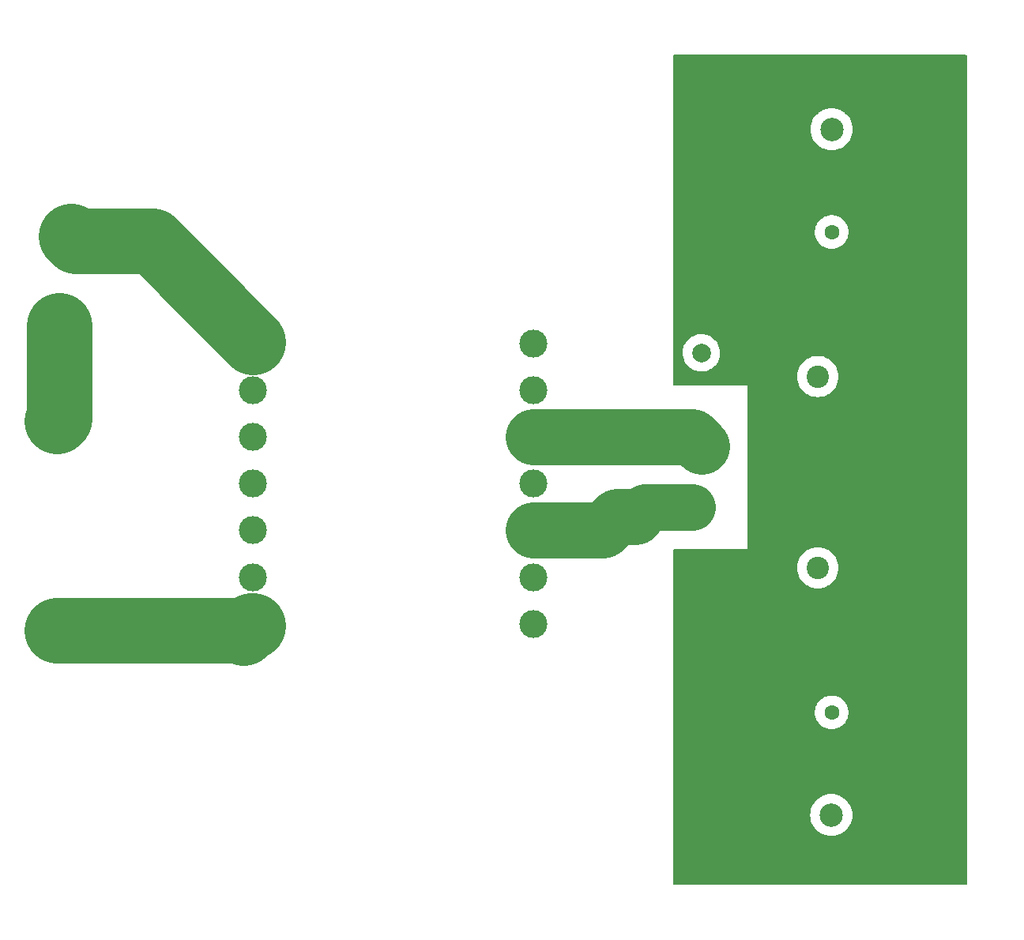
<source format=gbr>
%TF.GenerationSoftware,KiCad,Pcbnew,(6.0.2)*%
%TF.CreationDate,2022-12-31T16:06:53+03:00*%
%TF.ProjectId,mcuPower,6d637550-6f77-4657-922e-6b696361645f,rev?*%
%TF.SameCoordinates,Original*%
%TF.FileFunction,Copper,L1,Top*%
%TF.FilePolarity,Positive*%
%FSLAX46Y46*%
G04 Gerber Fmt 4.6, Leading zero omitted, Abs format (unit mm)*
G04 Created by KiCad (PCBNEW (6.0.2)) date 2022-12-31 16:06:53*
%MOMM*%
%LPD*%
G01*
G04 APERTURE LIST*
%TA.AperFunction,ComponentPad*%
%ADD10R,2.000000X2.000000*%
%TD*%
%TA.AperFunction,ComponentPad*%
%ADD11C,2.000000*%
%TD*%
%TA.AperFunction,ComponentPad*%
%ADD12R,2.500000X2.500000*%
%TD*%
%TA.AperFunction,ComponentPad*%
%ADD13C,2.500000*%
%TD*%
%TA.AperFunction,ComponentPad*%
%ADD14C,3.000000*%
%TD*%
%TA.AperFunction,ComponentPad*%
%ADD15R,2.400000X2.400000*%
%TD*%
%TA.AperFunction,ComponentPad*%
%ADD16C,2.400000*%
%TD*%
%TA.AperFunction,ComponentPad*%
%ADD17C,1.600000*%
%TD*%
%TA.AperFunction,ComponentPad*%
%ADD18R,2.600000X2.600000*%
%TD*%
%TA.AperFunction,ComponentPad*%
%ADD19C,2.600000*%
%TD*%
%TA.AperFunction,Conductor*%
%ADD20C,5.000000*%
%TD*%
%TA.AperFunction,Conductor*%
%ADD21C,6.000000*%
%TD*%
%TA.AperFunction,Conductor*%
%ADD22C,7.000000*%
%TD*%
G04 APERTURE END LIST*
D10*
%TO.P,D1,1,+*%
%TO.N,VCC*%
X124042500Y-107957500D03*
D11*
%TO.P,D1,2*%
%TO.N,Net-(D1-Pad2)*%
X124042500Y-100457500D03*
%TO.P,D1,3*%
%TO.N,Net-(D1-Pad3)*%
X124042500Y-92957500D03*
%TO.P,D1,4,-*%
%TO.N,GND*%
X124042500Y-82957500D03*
%TD*%
D12*
%TO.P,J3,1,Pin_1*%
%TO.N,VCC*%
X143045000Y-132500000D03*
D13*
%TO.P,J3,2,Pin_2*%
%TO.N,GND*%
X137965000Y-132500000D03*
%TD*%
D14*
%TO.P,T1,1,AA*%
%TO.N,Net-(F1-Pad2)*%
X76000000Y-112000000D03*
%TO.P,T1,2*%
%TO.N,N/C*%
X76000000Y-107000000D03*
%TO.P,T1,3*%
X76000000Y-102000000D03*
%TO.P,T1,4*%
X76000000Y-97000000D03*
%TO.P,T1,5*%
X76000000Y-92000000D03*
%TO.P,T1,6*%
X76000000Y-87000000D03*
%TO.P,T1,7,AB*%
%TO.N,Net-(J1-Pad2)*%
X76000000Y-82000000D03*
%TO.P,T1,8*%
%TO.N,N/C*%
X106000000Y-82000000D03*
%TO.P,T1,9*%
X106000000Y-87000000D03*
%TO.P,T1,10,SB*%
%TO.N,Net-(D1-Pad3)*%
X106000000Y-92000000D03*
%TO.P,T1,11*%
%TO.N,N/C*%
X106000000Y-97000000D03*
%TO.P,T1,12,SA*%
%TO.N,Net-(D1-Pad2)*%
X106000000Y-102000000D03*
%TO.P,T1,13*%
%TO.N,N/C*%
X106000000Y-107000000D03*
%TO.P,T1,14*%
X106000000Y-112000000D03*
%TD*%
D15*
%TO.P,C2,1*%
%TO.N,VCC*%
X144012755Y-85500000D03*
D16*
%TO.P,C2,2*%
%TO.N,GND*%
X136512755Y-85500000D03*
%TD*%
D17*
%TO.P,C3,2*%
%TO.N,GND*%
X138000000Y-70000000D03*
%TO.P,C3,1*%
%TO.N,VCC*%
X143000000Y-70000000D03*
%TD*%
D12*
%TO.P,J2,1,Pin_1*%
%TO.N,VCC*%
X143080000Y-59000000D03*
D13*
%TO.P,J2,2,Pin_2*%
%TO.N,GND*%
X138000000Y-59000000D03*
%TD*%
D18*
%TO.P,J1,1,Pin_1*%
%TO.N,Net-(F1-Pad1)*%
X55250000Y-78500000D03*
D19*
%TO.P,J1,2,Pin_2*%
%TO.N,Net-(J1-Pad2)*%
X55250000Y-71000000D03*
%TD*%
D15*
%TO.P,C1,1*%
%TO.N,VCC*%
X144012755Y-106000000D03*
D16*
%TO.P,C1,2*%
%TO.N,GND*%
X136512755Y-106000000D03*
%TD*%
D17*
%TO.P,C4,1*%
%TO.N,VCC*%
X143000000Y-121500000D03*
%TO.P,C4,2*%
%TO.N,GND*%
X138000000Y-121500000D03*
%TD*%
D14*
%TO.P,F1,1*%
%TO.N,Net-(F1-Pad1)*%
X55000000Y-90250000D03*
%TO.P,F1,2*%
%TO.N,Net-(F1-Pad2)*%
X55000000Y-112750000D03*
%TD*%
D20*
%TO.N,Net-(D1-Pad2)*%
X117000000Y-100500000D02*
X118000000Y-99500000D01*
D21*
X117000000Y-100500000D02*
X115000000Y-100500000D01*
D20*
X118000000Y-99500000D02*
X123085000Y-99500000D01*
D21*
X115000000Y-100500000D02*
X113500000Y-102000000D01*
X113500000Y-102000000D02*
X106000000Y-102000000D01*
%TO.N,Net-(D1-Pad3)*%
X123085000Y-92000000D02*
X124042500Y-92957500D01*
X106000000Y-92000000D02*
X123085000Y-92000000D01*
D22*
%TO.N,Net-(F1-Pad1)*%
X55250000Y-80000000D02*
X55250000Y-90000000D01*
X55250000Y-90000000D02*
X55000000Y-90250000D01*
%TO.N,Net-(F1-Pad2)*%
X75000000Y-113000000D02*
X75800489Y-112199511D01*
X55000000Y-112750000D02*
X74750000Y-112750000D01*
X74750000Y-112750000D02*
X75000000Y-113000000D01*
X75800489Y-112199511D02*
X76000000Y-112199511D01*
%TO.N,Net-(J1-Pad2)*%
X65199511Y-71000000D02*
X76000000Y-81800489D01*
X57000000Y-71000000D02*
X65199511Y-71000000D01*
X56500000Y-70500000D02*
X57000000Y-71000000D01*
%TD*%
%TA.AperFunction,Conductor*%
%TO.N,VCC*%
G36*
X152370870Y-51023677D02*
G01*
X152389795Y-51037276D01*
X152392968Y-51039042D01*
X152392971Y-51039044D01*
X152435278Y-51062592D01*
X152485072Y-51113198D01*
X152500000Y-51172687D01*
X152500000Y-139829727D01*
X152479998Y-139897848D01*
X152440957Y-139936464D01*
X152370379Y-139980738D01*
X152303424Y-140000000D01*
X121126000Y-140000000D01*
X121057879Y-139979998D01*
X121011386Y-139926342D01*
X121000000Y-139874000D01*
X121000000Y-132500000D01*
X135709671Y-132500000D01*
X135728966Y-132794380D01*
X135786519Y-133083722D01*
X135881348Y-133363077D01*
X136011828Y-133627664D01*
X136175727Y-133872957D01*
X136178441Y-133876051D01*
X136178445Y-133876057D01*
X136367533Y-134091669D01*
X136370242Y-134094758D01*
X136373331Y-134097467D01*
X136588943Y-134286555D01*
X136588949Y-134286559D01*
X136592043Y-134289273D01*
X136595469Y-134291562D01*
X136595474Y-134291566D01*
X136779539Y-134414554D01*
X136837335Y-134453172D01*
X136841034Y-134454996D01*
X136841039Y-134454999D01*
X137098228Y-134581830D01*
X137101923Y-134583652D01*
X137105821Y-134584975D01*
X137105823Y-134584976D01*
X137377368Y-134677154D01*
X137377372Y-134677155D01*
X137381278Y-134678481D01*
X137385322Y-134679285D01*
X137385328Y-134679287D01*
X137666577Y-134735230D01*
X137666580Y-134735230D01*
X137670620Y-134736034D01*
X137674731Y-134736303D01*
X137674735Y-134736304D01*
X137960881Y-134755059D01*
X137965000Y-134755329D01*
X137969119Y-134755059D01*
X138255265Y-134736304D01*
X138255269Y-134736303D01*
X138259380Y-134736034D01*
X138263420Y-134735230D01*
X138263423Y-134735230D01*
X138544672Y-134679287D01*
X138544678Y-134679285D01*
X138548722Y-134678481D01*
X138552628Y-134677155D01*
X138552632Y-134677154D01*
X138824177Y-134584976D01*
X138824179Y-134584975D01*
X138828077Y-134583652D01*
X138831772Y-134581830D01*
X139088961Y-134454999D01*
X139088966Y-134454996D01*
X139092665Y-134453172D01*
X139150461Y-134414554D01*
X139334526Y-134291566D01*
X139334531Y-134291562D01*
X139337957Y-134289273D01*
X139341051Y-134286559D01*
X139341057Y-134286555D01*
X139556669Y-134097467D01*
X139559758Y-134094758D01*
X139562467Y-134091669D01*
X139751555Y-133876057D01*
X139751559Y-133876051D01*
X139754273Y-133872957D01*
X139918172Y-133627664D01*
X140048652Y-133363077D01*
X140143481Y-133083722D01*
X140201034Y-132794380D01*
X140220329Y-132500000D01*
X140201034Y-132205620D01*
X140143481Y-131916278D01*
X140048652Y-131636923D01*
X139918172Y-131372336D01*
X139754273Y-131127043D01*
X139751559Y-131123949D01*
X139751555Y-131123943D01*
X139562467Y-130908331D01*
X139559758Y-130905242D01*
X139556669Y-130902533D01*
X139341057Y-130713445D01*
X139341051Y-130713441D01*
X139337957Y-130710727D01*
X139334527Y-130708435D01*
X139334526Y-130708434D01*
X139096098Y-130549122D01*
X139092665Y-130546828D01*
X139088966Y-130545004D01*
X139088961Y-130545001D01*
X138831772Y-130418170D01*
X138831770Y-130418169D01*
X138828077Y-130416348D01*
X138824177Y-130415024D01*
X138552632Y-130322846D01*
X138552628Y-130322845D01*
X138548722Y-130321519D01*
X138544678Y-130320715D01*
X138544672Y-130320713D01*
X138263423Y-130264770D01*
X138263420Y-130264770D01*
X138259380Y-130263966D01*
X138255269Y-130263697D01*
X138255265Y-130263696D01*
X137969119Y-130244941D01*
X137965000Y-130244671D01*
X137960881Y-130244941D01*
X137674735Y-130263696D01*
X137674731Y-130263697D01*
X137670620Y-130263966D01*
X137666580Y-130264770D01*
X137666577Y-130264770D01*
X137385328Y-130320713D01*
X137385322Y-130320715D01*
X137381278Y-130321519D01*
X137377372Y-130322845D01*
X137377368Y-130322846D01*
X137105823Y-130415024D01*
X137101923Y-130416348D01*
X137098230Y-130418169D01*
X137098228Y-130418170D01*
X136841040Y-130545001D01*
X136841035Y-130545004D01*
X136837336Y-130546828D01*
X136592043Y-130710727D01*
X136588949Y-130713441D01*
X136588943Y-130713445D01*
X136373331Y-130902533D01*
X136370242Y-130905242D01*
X136367533Y-130908331D01*
X136178445Y-131123943D01*
X136178441Y-131123949D01*
X136175727Y-131127043D01*
X136011828Y-131372336D01*
X135881348Y-131636923D01*
X135786519Y-131916278D01*
X135728966Y-132205620D01*
X135709671Y-132500000D01*
X121000000Y-132500000D01*
X121000000Y-121452736D01*
X136195070Y-121452736D01*
X136207909Y-121720041D01*
X136260118Y-121982512D01*
X136350549Y-122234383D01*
X136352765Y-122238507D01*
X136420982Y-122365465D01*
X136477215Y-122470121D01*
X136480010Y-122473864D01*
X136480012Y-122473867D01*
X136564199Y-122586607D01*
X136637335Y-122684547D01*
X136640642Y-122687825D01*
X136640647Y-122687831D01*
X136824074Y-122869663D01*
X136827390Y-122872950D01*
X137043205Y-123031192D01*
X137047340Y-123033368D01*
X137047344Y-123033370D01*
X137176918Y-123101542D01*
X137280039Y-123155797D01*
X137284458Y-123157340D01*
X137528273Y-123242484D01*
X137528279Y-123242486D01*
X137532690Y-123244026D01*
X137795606Y-123293943D01*
X137922616Y-123298933D01*
X138058345Y-123304266D01*
X138058350Y-123304266D01*
X138063013Y-123304449D01*
X138158943Y-123293943D01*
X138324382Y-123275825D01*
X138324387Y-123275824D01*
X138329035Y-123275315D01*
X138444567Y-123244898D01*
X138583309Y-123208370D01*
X138587829Y-123207180D01*
X138712501Y-123153617D01*
X138829407Y-123103391D01*
X138829410Y-123103389D01*
X138833710Y-123101542D01*
X138837690Y-123099079D01*
X138837694Y-123099077D01*
X139057302Y-122963179D01*
X139057306Y-122963176D01*
X139061275Y-122960720D01*
X139075010Y-122949092D01*
X139261960Y-122790828D01*
X139261961Y-122790827D01*
X139265526Y-122787809D01*
X139359365Y-122680807D01*
X139438894Y-122590122D01*
X139438898Y-122590117D01*
X139441976Y-122586607D01*
X139444506Y-122582674D01*
X139584219Y-122365465D01*
X139584222Y-122365460D01*
X139586747Y-122361534D01*
X139696661Y-122117534D01*
X139769302Y-121859969D01*
X139787103Y-121720041D01*
X139802677Y-121597625D01*
X139802677Y-121597621D01*
X139803075Y-121594495D01*
X139805549Y-121500000D01*
X139785717Y-121233123D01*
X139775161Y-121186470D01*
X139727686Y-120976666D01*
X139726655Y-120972109D01*
X139629662Y-120722691D01*
X139496868Y-120490350D01*
X139331190Y-120280189D01*
X139136269Y-120096825D01*
X138916385Y-119944286D01*
X138912194Y-119942219D01*
X138680559Y-119827989D01*
X138680556Y-119827988D01*
X138676371Y-119825924D01*
X138421497Y-119744338D01*
X138276134Y-119720665D01*
X138161976Y-119702073D01*
X138161975Y-119702073D01*
X138157364Y-119701322D01*
X138023569Y-119699570D01*
X137894451Y-119697880D01*
X137894448Y-119697880D01*
X137889774Y-119697819D01*
X137624605Y-119733907D01*
X137620118Y-119735215D01*
X137620117Y-119735215D01*
X137588817Y-119744338D01*
X137367683Y-119808792D01*
X137363430Y-119810752D01*
X137363429Y-119810753D01*
X137311512Y-119834687D01*
X137124652Y-119920831D01*
X137120743Y-119923394D01*
X136904764Y-120064996D01*
X136904759Y-120065000D01*
X136900851Y-120067562D01*
X136701197Y-120245760D01*
X136530075Y-120451512D01*
X136391244Y-120680298D01*
X136287755Y-120927091D01*
X136286604Y-120931623D01*
X136286603Y-120931626D01*
X136223033Y-121181933D01*
X136221881Y-121186470D01*
X136195070Y-121452736D01*
X121000000Y-121452736D01*
X121000000Y-106000000D01*
X134307533Y-106000000D01*
X134326399Y-106287839D01*
X134382674Y-106570753D01*
X134475396Y-106843902D01*
X134602977Y-107102611D01*
X134763235Y-107342454D01*
X134765949Y-107345548D01*
X134765953Y-107345554D01*
X134950719Y-107556238D01*
X134953428Y-107559327D01*
X134956517Y-107562036D01*
X135167201Y-107746802D01*
X135167207Y-107746806D01*
X135170301Y-107749520D01*
X135173727Y-107751809D01*
X135173732Y-107751813D01*
X135353322Y-107871811D01*
X135410144Y-107909778D01*
X135413843Y-107911602D01*
X135413848Y-107911605D01*
X135665158Y-108035537D01*
X135668853Y-108037359D01*
X135672751Y-108038682D01*
X135672753Y-108038683D01*
X135938092Y-108128754D01*
X135938096Y-108128755D01*
X135942002Y-108130081D01*
X135946046Y-108130885D01*
X135946052Y-108130887D01*
X136220873Y-108185552D01*
X136220876Y-108185552D01*
X136224916Y-108186356D01*
X136229027Y-108186625D01*
X136229031Y-108186626D01*
X136508636Y-108204952D01*
X136512755Y-108205222D01*
X136516874Y-108204952D01*
X136796479Y-108186626D01*
X136796483Y-108186625D01*
X136800594Y-108186356D01*
X136804634Y-108185552D01*
X136804637Y-108185552D01*
X137079458Y-108130887D01*
X137079464Y-108130885D01*
X137083508Y-108130081D01*
X137087414Y-108128755D01*
X137087418Y-108128754D01*
X137352757Y-108038683D01*
X137352759Y-108038682D01*
X137356657Y-108037359D01*
X137360352Y-108035537D01*
X137611662Y-107911605D01*
X137611667Y-107911602D01*
X137615366Y-107909778D01*
X137672188Y-107871811D01*
X137851778Y-107751813D01*
X137851783Y-107751809D01*
X137855209Y-107749520D01*
X137858303Y-107746806D01*
X137858309Y-107746802D01*
X138068993Y-107562036D01*
X138072082Y-107559327D01*
X138074791Y-107556238D01*
X138259557Y-107345554D01*
X138259561Y-107345548D01*
X138262275Y-107342454D01*
X138422533Y-107102611D01*
X138550114Y-106843902D01*
X138642836Y-106570753D01*
X138699111Y-106287839D01*
X138717977Y-106000000D01*
X138699111Y-105712161D01*
X138642836Y-105429247D01*
X138550114Y-105156098D01*
X138422533Y-104897389D01*
X138262275Y-104657546D01*
X138259561Y-104654452D01*
X138259557Y-104654446D01*
X138074791Y-104443762D01*
X138072082Y-104440673D01*
X138055871Y-104426456D01*
X137858309Y-104253198D01*
X137858303Y-104253194D01*
X137855209Y-104250480D01*
X137851783Y-104248191D01*
X137851778Y-104248187D01*
X137618799Y-104092516D01*
X137615366Y-104090222D01*
X137611667Y-104088398D01*
X137611662Y-104088395D01*
X137360352Y-103964463D01*
X137360350Y-103964462D01*
X137356657Y-103962641D01*
X137184576Y-103904227D01*
X137087418Y-103871246D01*
X137087414Y-103871245D01*
X137083508Y-103869919D01*
X137079464Y-103869115D01*
X137079458Y-103869113D01*
X136804637Y-103814448D01*
X136804634Y-103814448D01*
X136800594Y-103813644D01*
X136796483Y-103813375D01*
X136796479Y-103813374D01*
X136516874Y-103795048D01*
X136512755Y-103794778D01*
X136508636Y-103795048D01*
X136229031Y-103813374D01*
X136229027Y-103813375D01*
X136224916Y-103813644D01*
X136220876Y-103814448D01*
X136220873Y-103814448D01*
X135946052Y-103869113D01*
X135946046Y-103869115D01*
X135942002Y-103869919D01*
X135938096Y-103871245D01*
X135938092Y-103871246D01*
X135840934Y-103904227D01*
X135668853Y-103962641D01*
X135665160Y-103964462D01*
X135665158Y-103964463D01*
X135413848Y-104088395D01*
X135413843Y-104088398D01*
X135410144Y-104090222D01*
X135406711Y-104092516D01*
X135173732Y-104248187D01*
X135173727Y-104248191D01*
X135170301Y-104250480D01*
X135167207Y-104253194D01*
X135167201Y-104253198D01*
X134969639Y-104426456D01*
X134953428Y-104440673D01*
X134950719Y-104443762D01*
X134765953Y-104654446D01*
X134765949Y-104654452D01*
X134763235Y-104657546D01*
X134602977Y-104897389D01*
X134475396Y-105156098D01*
X134382674Y-105429247D01*
X134326399Y-105712161D01*
X134307533Y-106000000D01*
X121000000Y-106000000D01*
X121000000Y-104126000D01*
X121020002Y-104057879D01*
X121073658Y-104011386D01*
X121126000Y-104000000D01*
X129000000Y-104000000D01*
X129000000Y-86500000D01*
X121126000Y-86500000D01*
X121057879Y-86479998D01*
X121011386Y-86426342D01*
X121000000Y-86374000D01*
X121000000Y-85500000D01*
X134307533Y-85500000D01*
X134326399Y-85787839D01*
X134382674Y-86070753D01*
X134475396Y-86343902D01*
X134477217Y-86347595D01*
X134477218Y-86347597D01*
X134490239Y-86374000D01*
X134602977Y-86602611D01*
X134763235Y-86842454D01*
X134765949Y-86845548D01*
X134765953Y-86845554D01*
X134950719Y-87056238D01*
X134953428Y-87059327D01*
X134956517Y-87062036D01*
X135167201Y-87246802D01*
X135167207Y-87246806D01*
X135170301Y-87249520D01*
X135173727Y-87251809D01*
X135173732Y-87251813D01*
X135353322Y-87371811D01*
X135410144Y-87409778D01*
X135413843Y-87411602D01*
X135413848Y-87411605D01*
X135665158Y-87535537D01*
X135668853Y-87537359D01*
X135672751Y-87538682D01*
X135672753Y-87538683D01*
X135938092Y-87628754D01*
X135938096Y-87628755D01*
X135942002Y-87630081D01*
X135946046Y-87630885D01*
X135946052Y-87630887D01*
X136220873Y-87685552D01*
X136220876Y-87685552D01*
X136224916Y-87686356D01*
X136229027Y-87686625D01*
X136229031Y-87686626D01*
X136508636Y-87704952D01*
X136512755Y-87705222D01*
X136516874Y-87704952D01*
X136796479Y-87686626D01*
X136796483Y-87686625D01*
X136800594Y-87686356D01*
X136804634Y-87685552D01*
X136804637Y-87685552D01*
X137079458Y-87630887D01*
X137079464Y-87630885D01*
X137083508Y-87630081D01*
X137087414Y-87628755D01*
X137087418Y-87628754D01*
X137352757Y-87538683D01*
X137352759Y-87538682D01*
X137356657Y-87537359D01*
X137360352Y-87535537D01*
X137611662Y-87411605D01*
X137611667Y-87411602D01*
X137615366Y-87409778D01*
X137672188Y-87371811D01*
X137851778Y-87251813D01*
X137851783Y-87251809D01*
X137855209Y-87249520D01*
X137858303Y-87246806D01*
X137858309Y-87246802D01*
X138068993Y-87062036D01*
X138072082Y-87059327D01*
X138074791Y-87056238D01*
X138259557Y-86845554D01*
X138259561Y-86845548D01*
X138262275Y-86842454D01*
X138422533Y-86602611D01*
X138535272Y-86374000D01*
X138548292Y-86347597D01*
X138548293Y-86347595D01*
X138550114Y-86343902D01*
X138642836Y-86070753D01*
X138699111Y-85787839D01*
X138717977Y-85500000D01*
X138699111Y-85212161D01*
X138649025Y-84960361D01*
X138643642Y-84933297D01*
X138643640Y-84933291D01*
X138642836Y-84929247D01*
X138635065Y-84906353D01*
X138551438Y-84659998D01*
X138551437Y-84659996D01*
X138550114Y-84656098D01*
X138521655Y-84598389D01*
X138424360Y-84401093D01*
X138424357Y-84401088D01*
X138422533Y-84397389D01*
X138300506Y-84214762D01*
X138264568Y-84160977D01*
X138264564Y-84160972D01*
X138262275Y-84157546D01*
X138259561Y-84154452D01*
X138259557Y-84154446D01*
X138074791Y-83943762D01*
X138072082Y-83940673D01*
X138016465Y-83891898D01*
X137858309Y-83753198D01*
X137858303Y-83753194D01*
X137855209Y-83750480D01*
X137851783Y-83748191D01*
X137851778Y-83748187D01*
X137618799Y-83592516D01*
X137615366Y-83590222D01*
X137611667Y-83588398D01*
X137611662Y-83588395D01*
X137360352Y-83464463D01*
X137360350Y-83464462D01*
X137356657Y-83462641D01*
X137350344Y-83460498D01*
X137087418Y-83371246D01*
X137087414Y-83371245D01*
X137083508Y-83369919D01*
X137079464Y-83369115D01*
X137079458Y-83369113D01*
X136804637Y-83314448D01*
X136804634Y-83314448D01*
X136800594Y-83313644D01*
X136796483Y-83313375D01*
X136796479Y-83313374D01*
X136516874Y-83295048D01*
X136512755Y-83294778D01*
X136508636Y-83295048D01*
X136229031Y-83313374D01*
X136229027Y-83313375D01*
X136224916Y-83313644D01*
X136220876Y-83314448D01*
X136220873Y-83314448D01*
X135946052Y-83369113D01*
X135946046Y-83369115D01*
X135942002Y-83369919D01*
X135938096Y-83371245D01*
X135938092Y-83371246D01*
X135675166Y-83460498D01*
X135668853Y-83462641D01*
X135665160Y-83464462D01*
X135665158Y-83464463D01*
X135413848Y-83588395D01*
X135413843Y-83588398D01*
X135410144Y-83590222D01*
X135406711Y-83592516D01*
X135173732Y-83748187D01*
X135173727Y-83748191D01*
X135170301Y-83750480D01*
X135167207Y-83753194D01*
X135167201Y-83753198D01*
X135009045Y-83891898D01*
X134953428Y-83940673D01*
X134950719Y-83943762D01*
X134765953Y-84154446D01*
X134765949Y-84154452D01*
X134763235Y-84157546D01*
X134760946Y-84160972D01*
X134760942Y-84160977D01*
X134725004Y-84214762D01*
X134602977Y-84397389D01*
X134601153Y-84401088D01*
X134601150Y-84401093D01*
X134503855Y-84598389D01*
X134475396Y-84656098D01*
X134474073Y-84659996D01*
X134474072Y-84659998D01*
X134390446Y-84906353D01*
X134382674Y-84929247D01*
X134381870Y-84933291D01*
X134381868Y-84933297D01*
X134376485Y-84960361D01*
X134326399Y-85212161D01*
X134307533Y-85500000D01*
X121000000Y-85500000D01*
X121000000Y-82894502D01*
X122037880Y-82894502D01*
X122049002Y-83177584D01*
X122099900Y-83456275D01*
X122189558Y-83725014D01*
X122191550Y-83729001D01*
X122191551Y-83729003D01*
X122202283Y-83750480D01*
X122316187Y-83978439D01*
X122477261Y-84211493D01*
X122669565Y-84419527D01*
X122673019Y-84422339D01*
X122885807Y-84595575D01*
X122885811Y-84595578D01*
X122889264Y-84598389D01*
X123131972Y-84744512D01*
X123136067Y-84746246D01*
X123136069Y-84746247D01*
X123388747Y-84853242D01*
X123388754Y-84853244D01*
X123392848Y-84854978D01*
X123492992Y-84881531D01*
X123662389Y-84926446D01*
X123662393Y-84926447D01*
X123666686Y-84927585D01*
X123671095Y-84928107D01*
X123671101Y-84928108D01*
X123828454Y-84946732D01*
X123948023Y-84960884D01*
X124231245Y-84954209D01*
X124235643Y-84953477D01*
X124506310Y-84908426D01*
X124506314Y-84908425D01*
X124510700Y-84907695D01*
X124514941Y-84906354D01*
X124514944Y-84906353D01*
X124776568Y-84823612D01*
X124776570Y-84823611D01*
X124780814Y-84822269D01*
X124784825Y-84820343D01*
X124784830Y-84820341D01*
X125032178Y-84701566D01*
X125032179Y-84701565D01*
X125036197Y-84699636D01*
X125095520Y-84659998D01*
X125268045Y-84544721D01*
X125268049Y-84544718D01*
X125271753Y-84542243D01*
X125482781Y-84353230D01*
X125665073Y-84136368D01*
X125814989Y-83895985D01*
X125929540Y-83636876D01*
X126006439Y-83364212D01*
X126044152Y-83083433D01*
X126048110Y-82957500D01*
X126028101Y-82674907D01*
X126014704Y-82612677D01*
X125969411Y-82402300D01*
X125969411Y-82402298D01*
X125968475Y-82397953D01*
X125870420Y-82132163D01*
X125735893Y-81882840D01*
X125567578Y-81654960D01*
X125521054Y-81607699D01*
X125371965Y-81456251D01*
X125368834Y-81453070D01*
X125365294Y-81450369D01*
X125365288Y-81450363D01*
X125147167Y-81283898D01*
X125147163Y-81283895D01*
X125143626Y-81281196D01*
X125079679Y-81245384D01*
X124900337Y-81144948D01*
X124900332Y-81144945D01*
X124896447Y-81142770D01*
X124892289Y-81141162D01*
X124892284Y-81141159D01*
X124636385Y-81042159D01*
X124636379Y-81042157D01*
X124632230Y-81040552D01*
X124627898Y-81039548D01*
X124627895Y-81039547D01*
X124552641Y-81022104D01*
X124356247Y-80976582D01*
X124074003Y-80952137D01*
X124069568Y-80952381D01*
X124069564Y-80952381D01*
X123795573Y-80967460D01*
X123795566Y-80967461D01*
X123791130Y-80967705D01*
X123653243Y-80995132D01*
X123517646Y-81022104D01*
X123517641Y-81022105D01*
X123513274Y-81022974D01*
X123509071Y-81024450D01*
X123250184Y-81115364D01*
X123250181Y-81115365D01*
X123245976Y-81116842D01*
X123242023Y-81118895D01*
X123242017Y-81118898D01*
X123099635Y-81192860D01*
X122994572Y-81247436D01*
X122990957Y-81250019D01*
X122990951Y-81250023D01*
X122943548Y-81283898D01*
X122764076Y-81412151D01*
X122760849Y-81415229D01*
X122760847Y-81415231D01*
X122721182Y-81453070D01*
X122559088Y-81607699D01*
X122383699Y-81830180D01*
X122353112Y-81882840D01*
X122243641Y-82071307D01*
X122243638Y-82071313D01*
X122241407Y-82075154D01*
X122135052Y-82337732D01*
X122133981Y-82342045D01*
X122133979Y-82342050D01*
X122120093Y-82397953D01*
X122066755Y-82612677D01*
X122066301Y-82617105D01*
X122066301Y-82617107D01*
X122060379Y-82674907D01*
X122037880Y-82894502D01*
X121000000Y-82894502D01*
X121000000Y-69952736D01*
X136195070Y-69952736D01*
X136207909Y-70220041D01*
X136260118Y-70482512D01*
X136350549Y-70734383D01*
X136352765Y-70738507D01*
X136420982Y-70865465D01*
X136477215Y-70970121D01*
X136480010Y-70973864D01*
X136480012Y-70973867D01*
X136564199Y-71086607D01*
X136637335Y-71184547D01*
X136640642Y-71187825D01*
X136640647Y-71187831D01*
X136824074Y-71369663D01*
X136827390Y-71372950D01*
X137043205Y-71531192D01*
X137047340Y-71533368D01*
X137047344Y-71533370D01*
X137176918Y-71601542D01*
X137280039Y-71655797D01*
X137284458Y-71657340D01*
X137528273Y-71742484D01*
X137528279Y-71742486D01*
X137532690Y-71744026D01*
X137795606Y-71793943D01*
X137922616Y-71798933D01*
X138058345Y-71804266D01*
X138058350Y-71804266D01*
X138063013Y-71804449D01*
X138158943Y-71793943D01*
X138324382Y-71775825D01*
X138324387Y-71775824D01*
X138329035Y-71775315D01*
X138444567Y-71744898D01*
X138583309Y-71708370D01*
X138587829Y-71707180D01*
X138712501Y-71653617D01*
X138829407Y-71603391D01*
X138829410Y-71603389D01*
X138833710Y-71601542D01*
X138837690Y-71599079D01*
X138837694Y-71599077D01*
X139057302Y-71463179D01*
X139057306Y-71463176D01*
X139061275Y-71460720D01*
X139075010Y-71449092D01*
X139261960Y-71290828D01*
X139261961Y-71290827D01*
X139265526Y-71287809D01*
X139359365Y-71180807D01*
X139438894Y-71090122D01*
X139438898Y-71090117D01*
X139441976Y-71086607D01*
X139444506Y-71082674D01*
X139584219Y-70865465D01*
X139584222Y-70865460D01*
X139586747Y-70861534D01*
X139696661Y-70617534D01*
X139769302Y-70359969D01*
X139787103Y-70220041D01*
X139802677Y-70097625D01*
X139802677Y-70097621D01*
X139803075Y-70094495D01*
X139805549Y-70000000D01*
X139785717Y-69733123D01*
X139775161Y-69686470D01*
X139727686Y-69476666D01*
X139726655Y-69472109D01*
X139629662Y-69222691D01*
X139496868Y-68990350D01*
X139331190Y-68780189D01*
X139136269Y-68596825D01*
X138916385Y-68444286D01*
X138912194Y-68442219D01*
X138680559Y-68327989D01*
X138680556Y-68327988D01*
X138676371Y-68325924D01*
X138421497Y-68244338D01*
X138276134Y-68220665D01*
X138161976Y-68202073D01*
X138161975Y-68202073D01*
X138157364Y-68201322D01*
X138023569Y-68199570D01*
X137894451Y-68197880D01*
X137894448Y-68197880D01*
X137889774Y-68197819D01*
X137624605Y-68233907D01*
X137620118Y-68235215D01*
X137620117Y-68235215D01*
X137588817Y-68244338D01*
X137367683Y-68308792D01*
X137363430Y-68310752D01*
X137363429Y-68310753D01*
X137311512Y-68334687D01*
X137124652Y-68420831D01*
X137120743Y-68423394D01*
X136904764Y-68564996D01*
X136904759Y-68565000D01*
X136900851Y-68567562D01*
X136701197Y-68745760D01*
X136530075Y-68951512D01*
X136391244Y-69180298D01*
X136287755Y-69427091D01*
X136286604Y-69431623D01*
X136286603Y-69431626D01*
X136223033Y-69681933D01*
X136221881Y-69686470D01*
X136195070Y-69952736D01*
X121000000Y-69952736D01*
X121000000Y-59000000D01*
X135744671Y-59000000D01*
X135763966Y-59294380D01*
X135821519Y-59583722D01*
X135916348Y-59863077D01*
X136046828Y-60127664D01*
X136210727Y-60372957D01*
X136213441Y-60376051D01*
X136213445Y-60376057D01*
X136402533Y-60591669D01*
X136405242Y-60594758D01*
X136408331Y-60597467D01*
X136623943Y-60786555D01*
X136623949Y-60786559D01*
X136627043Y-60789273D01*
X136630469Y-60791562D01*
X136630474Y-60791566D01*
X136814539Y-60914554D01*
X136872335Y-60953172D01*
X136876034Y-60954996D01*
X136876039Y-60954999D01*
X137133228Y-61081830D01*
X137136923Y-61083652D01*
X137140821Y-61084975D01*
X137140823Y-61084976D01*
X137412368Y-61177154D01*
X137412372Y-61177155D01*
X137416278Y-61178481D01*
X137420322Y-61179285D01*
X137420328Y-61179287D01*
X137701577Y-61235230D01*
X137701580Y-61235230D01*
X137705620Y-61236034D01*
X137709731Y-61236303D01*
X137709735Y-61236304D01*
X137995881Y-61255059D01*
X138000000Y-61255329D01*
X138004119Y-61255059D01*
X138290265Y-61236304D01*
X138290269Y-61236303D01*
X138294380Y-61236034D01*
X138298420Y-61235230D01*
X138298423Y-61235230D01*
X138579672Y-61179287D01*
X138579678Y-61179285D01*
X138583722Y-61178481D01*
X138587628Y-61177155D01*
X138587632Y-61177154D01*
X138859177Y-61084976D01*
X138859179Y-61084975D01*
X138863077Y-61083652D01*
X138866772Y-61081830D01*
X139123961Y-60954999D01*
X139123966Y-60954996D01*
X139127665Y-60953172D01*
X139185461Y-60914554D01*
X139369526Y-60791566D01*
X139369531Y-60791562D01*
X139372957Y-60789273D01*
X139376051Y-60786559D01*
X139376057Y-60786555D01*
X139591669Y-60597467D01*
X139594758Y-60594758D01*
X139597467Y-60591669D01*
X139786555Y-60376057D01*
X139786559Y-60376051D01*
X139789273Y-60372957D01*
X139953172Y-60127664D01*
X140083652Y-59863077D01*
X140178481Y-59583722D01*
X140236034Y-59294380D01*
X140255329Y-59000000D01*
X140236034Y-58705620D01*
X140178481Y-58416278D01*
X140083652Y-58136923D01*
X139953172Y-57872336D01*
X139789273Y-57627043D01*
X139786559Y-57623949D01*
X139786555Y-57623943D01*
X139597467Y-57408331D01*
X139594758Y-57405242D01*
X139591669Y-57402533D01*
X139376057Y-57213445D01*
X139376051Y-57213441D01*
X139372957Y-57210727D01*
X139369527Y-57208435D01*
X139369526Y-57208434D01*
X139131098Y-57049122D01*
X139127665Y-57046828D01*
X139123966Y-57045004D01*
X139123961Y-57045001D01*
X138866772Y-56918170D01*
X138866770Y-56918169D01*
X138863077Y-56916348D01*
X138859177Y-56915024D01*
X138587632Y-56822846D01*
X138587628Y-56822845D01*
X138583722Y-56821519D01*
X138579678Y-56820715D01*
X138579672Y-56820713D01*
X138298423Y-56764770D01*
X138298420Y-56764770D01*
X138294380Y-56763966D01*
X138290269Y-56763697D01*
X138290265Y-56763696D01*
X138004119Y-56744941D01*
X138000000Y-56744671D01*
X137995881Y-56744941D01*
X137709735Y-56763696D01*
X137709731Y-56763697D01*
X137705620Y-56763966D01*
X137701580Y-56764770D01*
X137701577Y-56764770D01*
X137420328Y-56820713D01*
X137420322Y-56820715D01*
X137416278Y-56821519D01*
X137412372Y-56822845D01*
X137412368Y-56822846D01*
X137140823Y-56915024D01*
X137136923Y-56916348D01*
X137133230Y-56918169D01*
X137133228Y-56918170D01*
X136876040Y-57045001D01*
X136876035Y-57045004D01*
X136872336Y-57046828D01*
X136627043Y-57210727D01*
X136623949Y-57213441D01*
X136623943Y-57213445D01*
X136408331Y-57402533D01*
X136405242Y-57405242D01*
X136402533Y-57408331D01*
X136213445Y-57623943D01*
X136213441Y-57623949D01*
X136210727Y-57627043D01*
X136046828Y-57872336D01*
X135916348Y-58136923D01*
X135821519Y-58416278D01*
X135763966Y-58705620D01*
X135744671Y-59000000D01*
X121000000Y-59000000D01*
X121000000Y-51126000D01*
X121020002Y-51057879D01*
X121073658Y-51011386D01*
X121126000Y-51000000D01*
X152297345Y-51000000D01*
X152370870Y-51023677D01*
G37*
%TD.AperFunction*%
%TD*%
M02*

</source>
